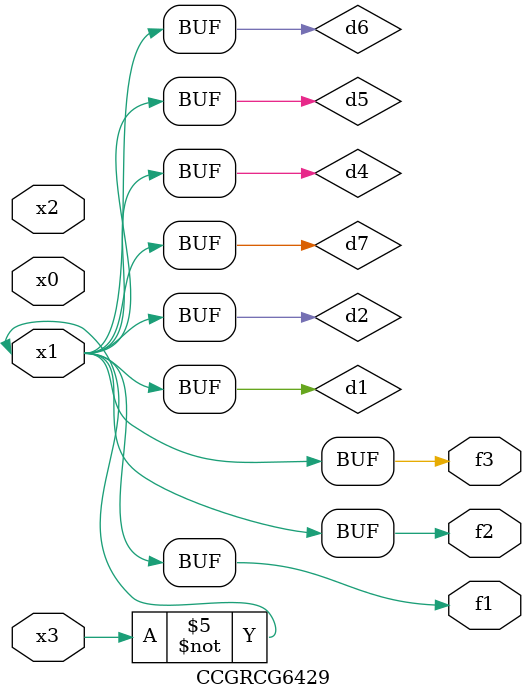
<source format=v>
module CCGRCG6429(
	input x0, x1, x2, x3,
	output f1, f2, f3
);

	wire d1, d2, d3, d4, d5, d6, d7;

	not (d1, x3);
	buf (d2, x1);
	xnor (d3, d1, d2);
	nor (d4, d1);
	buf (d5, d1, d2);
	buf (d6, d4, d5);
	nand (d7, d4);
	assign f1 = d6;
	assign f2 = d7;
	assign f3 = d6;
endmodule

</source>
